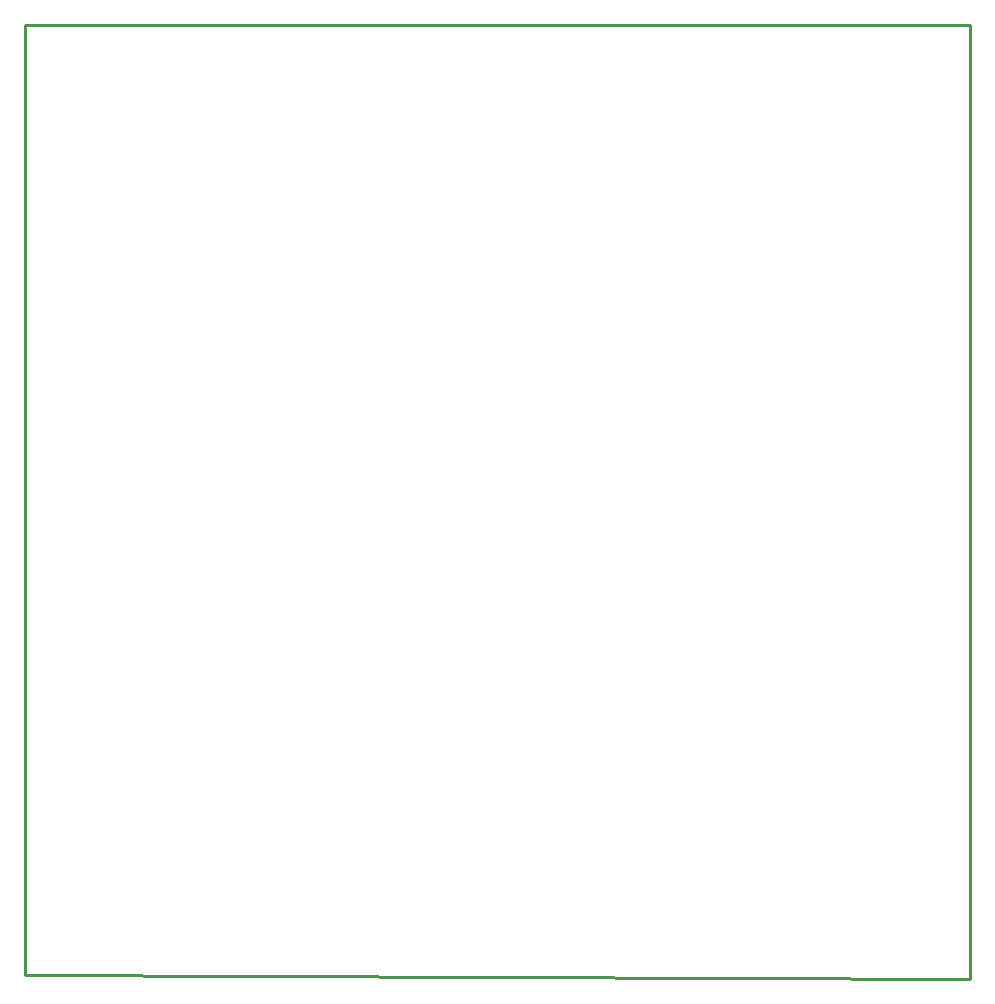
<source format=gko>
G04*
G04 #@! TF.GenerationSoftware,Altium Limited,Altium Designer,20.1.14 (287)*
G04*
G04 Layer_Color=16711935*
%FSLAX25Y25*%
%MOIN*%
G70*
G04*
G04 #@! TF.SameCoordinates,7663C7E1-D25E-47D6-87D1-FA2199C3474E*
G04*
G04*
G04 #@! TF.FilePolarity,Positive*
G04*
G01*
G75*
%ADD14C,0.01000*%
D14*
X0Y316535D02*
X314961D01*
X0Y0D02*
Y316535D01*
X314961Y-1214D02*
X314961Y316535D01*
X0Y0D02*
X314958Y-1214D01*
M02*

</source>
